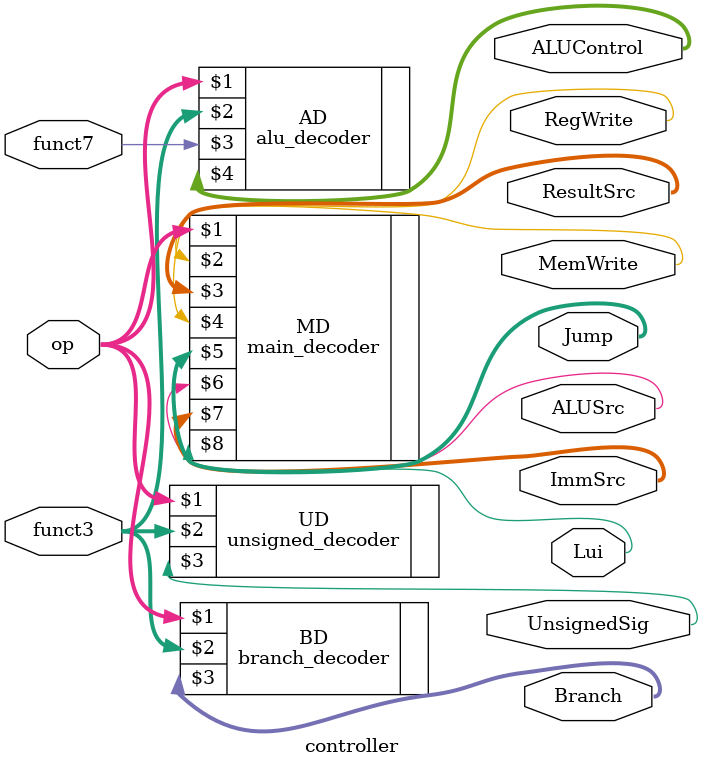
<source format=v>
module controller (op, funct3, funct7, RegWrite, ResultSrc, MemWrite, Jump, Branch, ALUControl, ALUSrc, ImmSrc, UnsignedSig, Lui);

	input [6:0] op;
	input [2:0] funct3;
	input funct7;
	
	output MemWrite, ALUSrc, RegWrite, UnsignedSig, Lui;
	output [1:0] ResultSrc, Jump, Branch;
	output [2:0] ALUControl, ImmSrc;

	main_decoder MD(op, RegWrite, ResultSrc, MemWrite, Jump, ALUSrc, ImmSrc, Lui);
	alu_decoder AD(op, funct3, funct7, ALUControl);
	unsigned_decoder UD(op, funct3, UnsignedSig);
	branch_decoder BD(op, funct3, Branch);
	

endmodule

</source>
